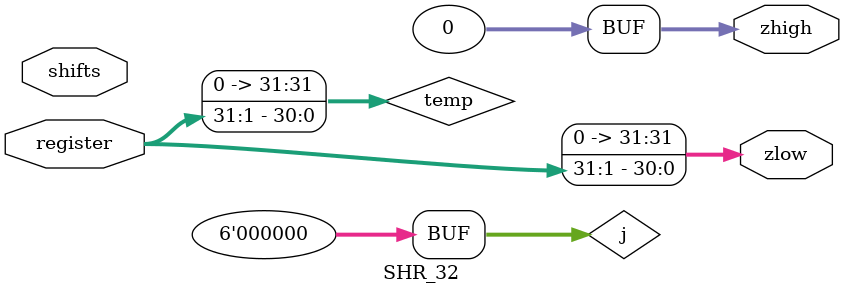
<source format=v>
`timescale 1ns/10ps
module SHR_32(
 input [31:0] register, shifts,
 output [31:0] zlow, zhigh);
 
 reg [5:0] i;
 reg [5:0] j;
 reg [31:0] temp;

always @* begin
	// for(i=0; i<shifts; i=i+1) begin
	for(j=31; j>0; j=j-1)
		temp[j-1] = register[j];
	temp[31] = 0;		
end

assign zlow = temp;
assign zhigh = 32'b0;

endmodule

</source>
